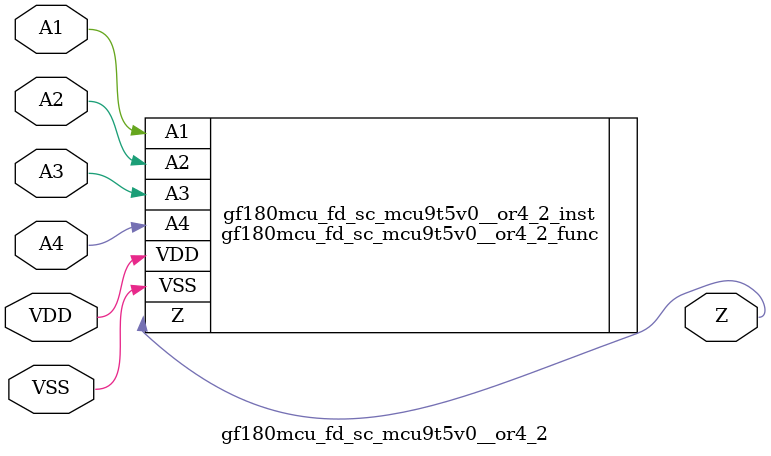
<source format=v>

module gf180mcu_fd_sc_mcu9t5v0__or4_2( A1, A2, A3, A4, Z, VDD, VSS );
input A1, A2, A3, A4;
inout VDD, VSS;
output Z;

   `ifdef FUNCTIONAL  //  functional //

	gf180mcu_fd_sc_mcu9t5v0__or4_2_func gf180mcu_fd_sc_mcu9t5v0__or4_2_behav_inst(.A1(A1),.A2(A2),.A3(A3),.A4(A4),.Z(Z),.VDD(VDD),.VSS(VSS));

   `else

	gf180mcu_fd_sc_mcu9t5v0__or4_2_func gf180mcu_fd_sc_mcu9t5v0__or4_2_inst(.A1(A1),.A2(A2),.A3(A3),.A4(A4),.Z(Z),.VDD(VDD),.VSS(VSS));

	// spec_gates_begin


	// spec_gates_end



   specify

	// specify_block_begin

	// comb arc A1 --> Z
	 (A1 => Z) = (1.0,1.0);

	// comb arc A2 --> Z
	 (A2 => Z) = (1.0,1.0);

	// comb arc A3 --> Z
	 (A3 => Z) = (1.0,1.0);

	// comb arc A4 --> Z
	 (A4 => Z) = (1.0,1.0);

	// specify_block_end

   endspecify

   `endif

endmodule

</source>
